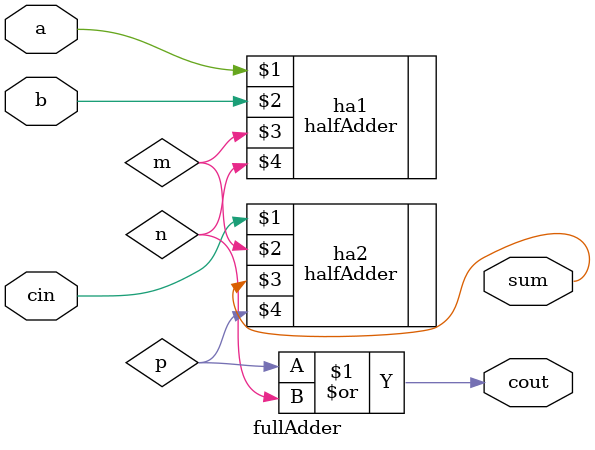
<source format=v>
module fullAdder(a, b, cin, sum, cout);

input a,b, cin;
output sum, cout;
wire m,n,p;

halfAdder ha1(a, b, m, n);
halfAdder ha2(cin, m, sum, p);
or(cout,p,n);

endmodule
</source>
